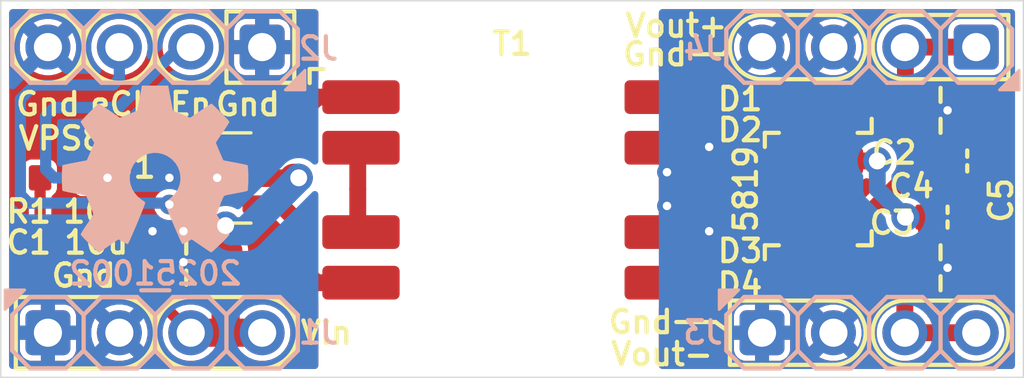
<source format=kicad_pcb>
(kicad_pcb (version 20241229) (generator "pcbnew") (generator_version "9.0")
  (layers (0 "F.Cu" mixed) (2 "B.Cu" mixed) (13 "F.Paste" user) (15 "B.Paste" user) (5 "F.SilkS" user "F.Silkscreen") (7 "B.SilkS" user "B.Silkscreen") (1 "F.Mask" user) (3 "B.Mask" user) (25 "Edge.Cuts" user))
  (net 0 "")
  (net 1 "GND")
  (net 2 "/VIN")
  (net 3 "/ExtClk")
  (net 4 "/Enable")
  (net 5 "/P1")
  (net 6 "/P2")
  (net 7 "/VOUT+")
  (net 8 "/VOUT-")
  (net 9 "Net-(D1-A)")
  (net 10 "Net-(D3-A)")
  (net 11 "GND1")
  (net 12 "Net-(T1-N1_2)")
  (footprint "SquantorCapacitor:C_1206_0805" (layer "F.Cu") (at 163.83 84.8)
    (property "Reference" "C2" (at -1.65 1.5 0) (layer "F.SilkS") (effects (font (size 0.8 0.8))))
    (property "Value" "10u")
    (fp_line (start 0 -0.8) (end 0 -0.3) (stroke (width 0.15)) (layer "F.SilkS"))
    (fp_line (start 0 0.8) (end 0 0.3) (stroke (width 0.15)) (layer "F.SilkS"))
    (pad "1" smd roundrect (at -1.25 0) (size 1.5 1.6) (layers "F.Cu" "F.Mask" "F.Paste") (net 7 "/VOUT+"))
    (pad "2" smd roundrect (at 1.25 0) (size 1.5 1.6) (layers "F.Cu" "F.Mask" "F.Paste") (net 11 "GND1"))
  )
  (footprint "SquantorIC:SOT23-6-HAND" (layer "F.Cu") (at 138.4 87.2)
    (property "Reference" "U1" (at -3.3 -0.4 0) (layer "F.SilkS") (effects (font (size 0.8 0.8))))
    (property "Value" "VPS8701" (at -4.7 -1.4 0) (layer "F.SilkS") (effects (font (size 0.8 0.8))))
    (fp_line (start -2.1 -1.8) (end -2.1 -1.3) (stroke (width 0.1)) (layer "F.SilkS"))
    (fp_line (start -2.1 -1.8) (end -1.6 -1.8) (stroke (width 0.1)) (layer "F.SilkS"))
    (fp_line (start -0.9 1.61) (end 0.9 1.61) (stroke (width 0.12)) (layer "F.SilkS"))
    (fp_line (start 0.9 -1.6) (end -0.9 -1.6) (stroke (width 0.12)) (layer "F.SilkS"))
    (pad "1" smd roundrect (at -1.2 -0.95) (size 1.2 0.65) (layers "F.Cu" "F.Mask" "F.Paste") (roundrect_rratio 0.2) (net 4 "/Enable"))
    (pad "2" smd roundrect (at -1.2 0) (size 1.2 0.65) (layers "F.Cu" "F.Mask" "F.Paste") (roundrect_rratio 0.2) (net 1 "GND"))
    (pad "3" smd roundrect (at -1.2 0.95) (size 1.2 0.65) (layers "F.Cu" "F.Mask" "F.Paste") (roundrect_rratio 0.2) (net 3 "/ExtClk"))
    (pad "4" smd roundrect (at 1.2 0.95) (size 1.2 0.65) (layers "F.Cu" "F.Mask" "F.Paste") (roundrect_rratio 0.2) (net 6 "/P2"))
    (pad "5" smd roundrect (at 1.2 0) (size 1.2 0.65) (layers "F.Cu" "F.Mask" "F.Paste") (roundrect_rratio 0.2) (net 2 "/VIN"))
    (pad "6" smd roundrect (at 1.2 -0.95) (size 1.2 0.65) (layers "F.Cu" "F.Mask" "F.Paste") (roundrect_rratio 0.2) (net 5 "/P1"))
  )
  (footprint "SquantorCapacitor:C_1206_0805" (layer "F.Cu") (at 163.83 90.4)
    (property "Reference" "C3" (at -1.73 -1.6 0) (layer "F.SilkS") (effects (font (size 0.8 0.8))))
    (property "Value" "10u")
    (fp_line (start 0 -0.8) (end 0 -0.3) (stroke (width 0.15)) (layer "F.SilkS"))
    (fp_line (start 0 0.8) (end 0 0.3) (stroke (width 0.15)) (layer "F.SilkS"))
    (pad "1" smd roundrect (at -1.25 0) (size 1.5 1.6) (layers "F.Cu" "F.Mask" "F.Paste") (net 8 "/VOUT-"))
    (pad "2" smd roundrect (at 1.25 0) (size 1.5 1.6) (layers "F.Cu" "F.Mask" "F.Paste") (net 11 "GND1"))
  )
  (footprint "SquantorCapacitor:C_0603" (layer "F.Cu") (at 164.78 86.6)
    (property "Reference" "C5" (at 1.2 1.4 90) (layer "F.SilkS") (effects (font (size 0.8 0.8))))
    (property "Value" "1u")
    (fp_line (start 0 -0.15) (end 0 -0.375) (stroke (width 0.15)) (layer "F.SilkS"))
    (fp_line (start 0 0.375) (end 0 0.15) (stroke (width 0.15)) (layer "F.SilkS"))
    (pad "1" smd roundrect (at -0.75 0) (size 0.8 0.9) (layers "F.Cu" "F.Mask" "F.Paste") (roundrect_rratio 0.125) (net 7 "/VOUT+"))
    (pad "2" smd roundrect (at 0.75 0) (size 0.8 0.9) (layers "F.Cu" "F.Mask" "F.Paste") (roundrect_rratio 0.125) (net 11 "GND1"))
  )
  (footprint "SquantorVPSC:T_2W_8pin_hand" (layer "F.Cu") (at 148.59 87.63)
    (property "Reference" "T1" (at 0 -5.2 0) (layer "F.SilkS") (effects (font (size 0.8 0.8))))
    (property "Value" "~")
    (fp_line (start -7.2 -4.3) (end -7.2 -3.8) (stroke (width 0.15)) (layer "F.SilkS"))
    (fp_line (start -7.2 -4.3) (end -6.7 -4.3) (stroke (width 0.15)) (layer "F.SilkS"))
    (pad "1" smd roundrect (at -5.375 -3.3) (size 2.75 1.2) (layers "F.Cu" "F.Mask" "F.Paste") (roundrect_rratio 0.15) (net 5 "/P1"))
    (pad "2" smd roundrect (at -5.375 -1.5) (size 2.75 1.2) (layers "F.Cu" "F.Mask" "F.Paste") (roundrect_rratio 0.15) (net 12 "Net-(T1-N1_2)"))
    (pad "3" smd roundrect (at -5.375 1.5) (size 2.75 1.2) (layers "F.Cu" "F.Mask" "F.Paste") (roundrect_rratio 0.15) (net 12 "Net-(T1-N1_2)"))
    (pad "4" smd roundrect (at -5.375 3.3) (size 2.75 1.2) (layers "F.Cu" "F.Mask" "F.Paste") (roundrect_rratio 0.15) (net 6 "/P2"))
    (pad "5" smd roundrect (at 5.375 3.3) (size 2.75 1.2) (layers "F.Cu" "F.Mask" "F.Paste") (roundrect_rratio 0.15) (net 10 "Net-(D3-A)"))
    (pad "6" smd roundrect (at 5.375 1.5) (size 2.75 1.2) (layers "F.Cu" "F.Mask" "F.Paste") (roundrect_rratio 0.15) (net 11 "GND1"))
    (pad "7" smd roundrect (at 5.375 -1.5) (size 2.75 1.2) (layers "F.Cu" "F.Mask" "F.Paste") (roundrect_rratio 0.15) (net 11 "GND1"))
    (pad "8" smd roundrect (at 5.375 -3.3) (size 2.75 1.2) (layers "F.Cu" "F.Mask" "F.Paste") (roundrect_rratio 0.15) (net 9 "Net-(D1-A)"))
  )
  (footprint "SquantorDiodes:SOD-323HE-shikues" (layer "F.Cu") (at 159.48 90.6)
    (property "Reference" "D4" (at -2.78 0.4 0) (layer "F.SilkS") (effects (font (size 0.8 0.8))))
    (property "Value" "5819")
    (fp_line (start -1.9 -1) (end -1.9 -0.5) (stroke (width 0.15)) (layer "F.SilkS"))
    (fp_line (start -1.9 -1) (end -1.4 -1) (stroke (width 0.15)) (layer "F.SilkS"))
    (pad "1" smd roundrect (at -0.675 0) (size 1.85 1.1) (layers "F.Cu" "F.Mask" "F.Paste") (roundrect_rratio 0.2) (net 10 "Net-(D3-A)"))
    (pad "2" smd roundrect (at 1.15 0) (size 0.9 1) (layers "F.Cu" "F.Mask" "F.Paste") (roundrect_rratio 0.2) (net 8 "/VOUT-"))
  )
  (footprint "SquantorDiodes:SOD-323HE-shikues" (layer "F.Cu") (at 159.48 88.6 180)
    (property "Reference" "D3" (at 2.78 -1.2 0) (layer "F.SilkS") (effects (font (size 0.8 0.8))))
    (property "Value" "5819")
    (fp_line (start -1.9 -1) (end -1.4 -1) (stroke (width 0.15)) (layer "F.SilkS"))
    (fp_line (start -1.9 -1) (end -1.9 -0.5) (stroke (width 0.15)) (layer "F.SilkS"))
    (pad "1" smd roundrect (at -0.675 0 180) (size 1.85 1.1) (layers "F.Cu" "F.Mask" "F.Paste") (roundrect_rratio 0.2) (net 7 "/VOUT+"))
    (pad "2" smd roundrect (at 1.15 0 180) (size 0.9 1) (layers "F.Cu" "F.Mask" "F.Paste") (roundrect_rratio 0.2) (net 10 "Net-(D3-A)"))
  )
  (footprint "SquantorResistor:R_0603_hand" (layer "F.Cu") (at 132.7 87.2 180)
    (property "Reference" "R1" (at 1.3 -1.2 0) (layer "F.SilkS") (effects (font (size 0.8 0.8))))
    (property "Value" "10K" (at -1.1 -1.2 0) (layer "F.SilkS") (effects (font (size 0.8 0.8))))
    (fp_line (start 0 -0.2) (end 0 0.2) (stroke (width 0.15)) (layer "F.SilkS"))
    (pad "1" smd roundrect (at -0.9 0 180) (size 0.8 0.9) (layers "F.Cu" "F.Mask" "F.Paste") (roundrect_rratio 0.1428571429) (net 4 "/Enable"))
    (pad "2" smd roundrect (at 0.9 0 180) (size 0.8 0.9) (layers "F.Cu" "F.Mask" "F.Paste") (roundrect_rratio 0.1428571429) (net 2 "/VIN"))
  )
  (footprint "SquantorCapacitor:C_1206_0805" (layer "F.Cu") (at 137 90.2)
    (property "Reference" "C1" (at -5.6 -0.7 0) (layer "F.SilkS") (effects (font (size 0.8 0.8))))
    (property "Value" "10u" (at -3.2 -0.7 0) (layer "F.SilkS") (effects (font (size 0.8 0.8))))
    (fp_line (start 0 -0.8) (end 0 -0.3) (stroke (width 0.15)) (layer "F.SilkS"))
    (fp_line (start 0 0.8) (end 0 0.3) (stroke (width 0.15)) (layer "F.SilkS"))
    (pad "1" smd roundrect (at -1.25 0) (size 1.5 1.6) (layers "F.Cu" "F.Mask" "F.Paste") (net 1 "GND"))
    (pad "2" smd roundrect (at 1.25 0) (size 1.5 1.6) (layers "F.Cu" "F.Mask" "F.Paste") (net 2 "/VIN"))
  )
  (footprint "SquantorDiodes:SOD-323HE-shikues" (layer "F.Cu") (at 159.48 86.6)
    (property "Reference" "D2" (at -2.78 -1.1 0) (layer "F.SilkS") (effects (font (size 0.8 0.8))))
    (property "Value" "5819" (at -2.58 1 90) (layer "F.SilkS") (effects (font (size 0.8 0.8))))
    (fp_line (start -1.9 -1) (end -1.9 -0.5) (stroke (width 0.15)) (layer "F.SilkS"))
    (fp_line (start -1.9 -1) (end -1.4 -1) (stroke (width 0.15)) (layer "F.SilkS"))
    (pad "1" smd roundrect (at -0.675 0) (size 1.85 1.1) (layers "F.Cu" "F.Mask" "F.Paste") (roundrect_rratio 0.2) (net 9 "Net-(D1-A)"))
    (pad "2" smd roundrect (at 1.15 0) (size 0.9 1) (layers "F.Cu" "F.Mask" "F.Paste") (roundrect_rratio 0.2) (net 8 "/VOUT-"))
  )
  (footprint "SquantorCapacitor:C_0603" (layer "F.Cu") (at 164.08 88.6)
    (property "Reference" "C4" (at -1.28 -1.1 0) (layer "F.SilkS") (effects (font (size 0.8 0.8))))
    (property "Value" "1u")
    (fp_line (start 0 -0.15) (end 0 -0.375) (stroke (width 0.15)) (layer "F.SilkS"))
    (fp_line (start 0 0.375) (end 0 0.15) (stroke (width 0.15)) (layer "F.SilkS"))
    (pad "1" smd roundrect (at -0.75 0) (size 0.8 0.9) (layers "F.Cu" "F.Mask" "F.Paste") (roundrect_rratio 0.125) (net 8 "/VOUT-"))
    (pad "2" smd roundrect (at 0.75 0) (size 0.8 0.9) (layers "F.Cu" "F.Mask" "F.Paste") (roundrect_rratio 0.125) (net 11 "GND1"))
  )
  (footprint "SquantorDiodes:SOD-323HE-shikues" (layer "F.Cu") (at 159.48 84.6 180)
    (property "Reference" "D1" (at 2.78 0.2 0) (layer "F.SilkS") (effects (font (size 0.8 0.8))))
    (property "Value" "5819")
    (fp_line (start -1.9 -1) (end -1.4 -1) (stroke (width 0.15)) (layer "F.SilkS"))
    (fp_line (start -1.9 -1) (end -1.9 -0.5) (stroke (width 0.15)) (layer "F.SilkS"))
    (pad "1" smd roundrect (at -0.675 0 180) (size 1.85 1.1) (layers "F.Cu" "F.Mask" "F.Paste") (roundrect_rratio 0.2) (net 7 "/VOUT+"))
    (pad "2" smd roundrect (at 1.15 0 180) (size 0.9 1) (layers "F.Cu" "F.Mask" "F.Paste") (roundrect_rratio 0.2) (net 9 "Net-(D1-A)"))
  )
  (footprint "SquantorLabels:Label_Generic" (layer "B.Cu") (at 135.9 90.6 180)
    (property "Reference" "N1" (hide yes))
    (property "Value" "20251002" (at 0 0 0) (layer "B.SilkS") (effects (font (size 0.8 0.8)) (justify mirror)))
    (fp_line (start -0.5 -0.6) (end 0.5 -0.6) (stroke (width 0.15)) (layer "B.SilkS"))
  )
  (footprint "Symbol:OSHW-Symbol_6.7x6mm_SilkScreen" (layer "B.Cu") (at 135.9 86.9 180)
    (property "Reference" "N2" (hide yes))
    (property "Value" "OHWLOGO" (hide yes))
    (fp_poly (pts (xy 0.555814 2.531069) (xy 0.639635 2.086445) (xy 0.94892 1.958947) (xy 1.258206 1.831449) (xy 1.629246 2.083754) (xy 1.733157 2.154004) (xy 1.827087 2.216728) (xy 1.906652 2.269062) (xy 1.96747 2.308143) (xy 2.005157 2.331107) (xy 2.015421 2.336058) (xy 2.03391 2.323324) (xy 2.07342 2.288118) (xy 2.129522 2.234938) (xy 2.197787 2.168282) (xy 2.273786 2.092646) (xy 2.353092 2.012528) (xy 2.431275 1.932426) (xy 2.503907 1.856836) (xy 2.566559 1.790255) (xy 2.614803 1.737182) (xy 2.64421 1.702113) (xy 2.651241 1.690377) (xy 2.641123 1.66874) (xy 2.612759 1.621338) (xy 2.569129 1.552807) (xy 2.513218 1.467785) (xy 2.448006 1.370907) (xy 2.410219 1.31565) (xy 2.341343 1.214752) (xy 2.28014 1.123701) (xy 2.229578 1.04703) (xy 2.192628 0.989272) (xy 2.172258 0.954957) (xy 2.169197 0.947746) (xy 2.176136 0.927252) (xy 2.195051 0.879487) (xy 2.223087 0.811168) (xy 2.257391 0.729011) (xy 2.295109 0.63973) (xy 2.333387 0.550042) (xy 2.36937 0.466662) (xy 2.400206 0.396306) (xy 2.423039 0.34569) (xy 2.435017 0.321529) (xy 2.435724 0.320578) (xy 2.454531 0.315964) (xy 2.504618 0.305672) (xy 2.580793 0.290713) (xy 2.677865 0.272099) (xy 2.790643 0.250841) (xy 2.856442 0.238582) (xy 2.97695 0.215638) (xy 3.085797 0.193805) (xy 3.177476 0.174278) (xy 3.246481 0.158252) (xy 3.287304 0.146921) (xy 3.295511 0.143326) (xy 3.303548 0.118994) (xy 3.310033 0.064041) (xy 3.31497 -0.015108) (xy 3.318364 -0.112026) (xy 3.320218 -0.220287) (xy 3.320538 -0.333465) (xy 3.319327 -0.445135) (xy 3.31659 -0.548868) (xy 3.312331 -0.638241) (xy 3.306555 -0.706826) (xy 3.299267 -0.748197) (xy 3.294895 -0.75681) (xy 3.268764 -0.767133) (xy 3.213393 -0.781892) (xy 3.136107 -0.799352) (xy 3.04423 -0.81778) (xy 3.012158 -0.823741) (xy 2.857524 -0.852066) (xy 2.735375 -0.874876) (xy 2.641673 -0.89308) (xy 2.572384 -0.907583) (xy 2.523471 -0.919292) (xy 2.490897 -0.929115) (xy 2.470628 -0.937956) (xy 2.458626 -0.946724) (xy 2.456947 -0.948457) (xy 2.440184 -0.976371) (xy 2.414614 -1.030695) (xy 2.382788 -1.104777) (xy 2.34726 -1.191965) (xy 2.310583 -1.285608) (xy 2.275311 -1.379052) (xy 2.243996 -1.465647) (xy 2.219193 -1.53874) (xy 2.203454 -1.591678) (xy 2.199332 -1.617811) (xy 2.199676 -1.618726) (xy 2.213641 -1.640086) (xy 2.245322 -1.687084) (xy 2.291391 -1.754827) (xy 2.348518 -1.838423) (xy 2.413373 -1.932982) (xy 2.431843 -1.959854) (xy 2.497699 -2.057275) (xy 2.55565 -2.146163) (xy 2.602538 -2.221412) (xy 2.635207 -2.27792) (xy 2.6505 -2.310581) (xy 2.651241 -2.314593) (xy 2.638392 -2.335684) (xy 2.602888 -2.377464) (xy 2.549293 -2.435445) (xy 2.482171 -2.505135) (xy 2.406087 -2.582045) (xy 2.325604 -2.661683) (xy 2.245287 -2.739561) (xy 2.169699 -2.811186) (xy 2.103405 -2.87207) (xy 2.050969 -2.917721) (xy 2.016955 -2.94365) (xy 2.007545 -2.947883) (xy 1.985643 -2.937912) (xy 1.9408 -2.91102) (xy 1.880321 -2.871736) (xy 1.833789 -2.840117) (xy 1.749475 -2.782098) (xy 1.649626 -2.713784) (xy 1.549473 -2.645579) (xy 1.495627 -2.609075) (xy 1.313371 -2.4858) (xy 1.160381 -2.56852) (xy 1.090682 -2.604759) (xy 1.031414 -2.632926) (xy 0.991311 -2.648991) (xy 0.981103 -2.651226) (xy 0.968829 -2.634722) (xy 0.944613 -2.588082) (xy 0.910263 -2.515609) (xy 0.867588 -2.421606) (xy 0.818394 -2.310374) (xy 0.76449 -2.186215) (xy 0.707684 -2.053432) (xy 0.649782 -1.916327) (xy 0.592593 -1.779202) (xy 0.537924 -1.646358) (xy 0.487584 -1.522098) (xy 0.44338 -1.410725) (xy 0.407119 -1.316539) (xy 0.380609 -1.243844) (xy 0.365658 -1.196941) (xy 0.363254 -1.180833) (xy 0.382311 -1.160286) (xy 0.424036 -1.126933) (xy 0.479706 -1.087702) (xy 0.484378 -1.084599) (xy 0.628264 -0.969423) (xy 0.744283 -0.835053) (xy 0.83143 -0.685784) (xy 0.888699 -0.525913) (xy 0.915086 -0.359737) (xy 0.909585 -0.191552) (xy 0.87119 -0.025655) (xy 0.798895 0.133658) (xy 0.777626 0.168513) (xy 0.666996 0.309263) (xy 0.536302 0.422286) (xy 0.390064 0.506997) (xy 0.232808 0.562806) (xy 0.069057 0.589126) (xy -0.096667 0.58537) (xy -0.259838 0.55095) (xy -0.415935 0.485277) (xy -0.560433 0.387765) (xy -0.605131 0.348187) (xy -0.718888 0.224297) (xy -0.801782 0.093876) (xy -0.858644 -0.052315) (xy -0.890313 -0.197088) (xy -0.898131 -0.35986) (xy -0.872062 -0.52344) (xy -0.814755 -0.682298) (xy -0.728856 -0.830906) (xy -0.617014 -0.963735) (xy -0.481877 -1.075256) (xy -0.464117 -1.087011) (xy -0.40785 -1.125508) (xy -0.365077 -1.158863) (xy -0.344628 -1.18016) (xy -0.344331 -1.180833) (xy -0.348721 -1.203871) (xy -0.366124 -1.256157) (xy -0.394732 -1.33339) (xy -0.432735 -1.431268) (xy -0.478326 -1.545491) (xy -0.529697 -1.671758) (xy -0.585038 -1.805767) (xy -0.642542 -1.943218) (xy -0.700399 -2.079808) (xy -0.756802 -2.211237) (xy -0.809942 -2.333205) (xy -0.85801 -2.441409) (xy -0.899199 -2.531549) (xy -0.931699 -2.599323) (xy -0.953703 -2.64043) (xy -0.962564 -2.651226) (xy -0.98964 -2.642819) (xy -1.040303 -2.620272) (xy -1.105817 -2.587613) (xy -1.141841 -2.56852) (xy -1.294832 -2.4858) (xy -1.477088 -2.609075) (xy -1.570125 -2.672228) (xy -1.671985 -2.741727) (xy -1.767438 -2.807165) (xy -1.81525 -2.840117) (xy -1.882495 -2.885273) (xy -1.939436 -2.921057) (xy -1.978646 -2.942938) (xy -1.991381 -2.947563) (xy -2.009917 -2.935085) (xy -2.050941 -2.900252) (xy -2.110475 -2.846678) (xy -2.184542 -2.777983) (xy -2.269165 -2.697781) (xy -2.322685 -2.646286) (xy -2.416319 -2.554286) (xy -2.497241 -2.471999) (xy -2.562177 -2.402945) (xy -2.607858 -2.350644) (xy -2.631011 -2.318616) (xy -2.633232 -2.312116) (xy -2.622924 -2.287394) (xy -2.594439 -2.237405) (xy -2.550937 -2.167212) (xy -2.495577 -2.081875) (xy -2.43152 -1.986456) (xy -2.413303 -1.959854) (xy -2.346927 -1.863167) (xy -2.287378 -1.776117) (xy -2.237984 -1.703595) (xy -2.202075 -1.650493) (xy -2.182981 -1.621703) (xy -2.181136 -1.618726) (xy -2.183895 -1.595782) (xy -2.198538 -1.545336) (xy -2.222513 -1.474041) (xy -2.253266 -1.388547) (xy -2.288244 -1.295507) (xy -2.324893 -1.201574) (xy -2.360661 -1.113399) (xy -2.392994 -1.037634) (xy -2.419338 -0.980931) (xy -2.437142 -0.949943) (xy -2.438407 -0.948457) (xy -2.449294 -0.939601) (xy -2.467682 -0.930843) (xy -2.497606 -0.921277) (xy -2.543103 -0.909996) (xy -2.608209 -0.896093) (xy -2.696961 -0.878663) (xy -2.813393 -0.856798) (xy -2.961542 -0.829591) (xy -2.993618 -0.823741) (xy -3.088686 -0.805374) (xy -3.171565 -0.787405) (xy -3.23493 -0.771569) (xy -3.271458 -0.7596) (xy -3.276356 -0.75681) (xy -3.284427 -0.732072) (xy -3.290987 -0.67679) (xy -3.296033 -0.597389) (xy -3.299559 -0.500296) (xy -3.301561 -0.391938) (xy -3.302036 -0.27874) (xy -3.300977 -0.167128) (xy -3.298382 -0.063529) (xy -3.294246 0.025632) (xy -3.288563 0.093928) (xy -3.281331 0.134934) (xy -3.276971 0.143326) (xy -3.252698 0.151792) (xy -3.197426 0.165565) (xy -3.116662 0.18345) (xy -3.015912 0.204252) (xy -2.900683 0.226777) (xy -2.837902 0.238582) (xy -2.718787 0.260849) (xy -2.612565 0.281021) (xy -2.524427 0.298085) (xy -2.459566 0.311031) (xy -2.423174 0.318845) (xy -2.417184 0.320578) (xy -2.407061 0.34011) (xy -2.385662 0.387157) (xy -2.355839 0.454997) (xy -2.320445 0.536909) (xy -2.282332 0.626172) (xy -2.244353 0.716065) (xy -2.20936 0.799865) (xy -2.180206 0.870853) (xy -2.159743 0.922306) (xy -2.150823 0.947503) (xy -2.150657 0.948604) (xy -2.160769 0.968481) (xy -2.189117 1.014223) (xy -2.232723 1.081283) (xy -2.288606 1.165116) (xy -2.353787 1.261174) (xy -2.391679 1.31635) (xy -2.460725 1.417519) (xy -2.52205 1.50937) (xy -2.572663 1.587256) (xy -2.609571 1.646531) (xy -2.629782 1.682549) (xy -2.632701 1.690623) (xy -2.620153 1.709416) (xy -2.585463 1.749543) (xy -2.533063 1.806507) (xy -2.467384 1.875815) (xy -2.392856 1.952969) (xy -2.313913 2.033475) (xy -2.234983 2.112837) (xy -2.1605 2.18656) (xy -2.094894 2.250148) (xy -2.042596 2.299106) (xy -2.008039 2.328939) (xy -1.996478 2.336058) (xy -1.977654 2.326047) (xy -1.932631 2.297922) (xy -1.865787 2.254546) (xy -1.781499 2.198782) (xy -1.684144 2.133494) (xy -1.610707 2.083754) (xy -1.239667 1.831449) (xy -0.621095 2.086445) (xy -0.537275 2.531069) (xy -0.453454 2.975693) (xy 0.471994 2.975693) (xy 0.555814 2.531069)) (stroke (width 0.01)) (fill yes) (layer "B.SilkS"))
  )
  (footprint "SquantorConnectors:Header-0254-1X04-H010" (layer "B.Cu") (at 161.29 92.71)
    (property "Reference" "J3" (at -5.91 -0.01 0) (layer "B.SilkS") (effects (font (size 0.8 0.8) (thickness 0.15) (bold yes)) (justify mirror)))
    (property "Value" "Conn_01x04")
    (fp_line (start -5.08 -0.635) (end -4.445 -1.27) (stroke (width 0.1524)) (layer "B.SilkS"))
    (fp_line (start -5.08 0.635) (end -5.08 -0.635) (stroke (width 0.1524)) (layer "B.SilkS"))
    (fp_line (start -4.445 1.27) (end -5.08 0.635) (stroke (width 0.1524)) (layer "B.SilkS"))
    (fp_line (start -4.445 1.27) (end -3.175 1.27) (stroke (width 0.1524)) (layer "B.SilkS"))
    (fp_line (start -3.175 -1.27) (end -4.445 -1.27) (stroke (width 0.1524)) (layer "B.SilkS"))
    (fp_line (start -3.175 1.27) (end -2.54 0.635) (stroke (width 0.1524)) (layer "B.SilkS"))
    (fp_line (start -2.54 -0.635) (end -3.175 -1.27) (stroke (width 0.1524)) (layer "B.SilkS"))
    (fp_line (start -2.54 0.635) (end -2.54 -0.635) (stroke (width 0.1524)) (layer "B.SilkS"))
    (fp_line (start -2.54 0.635) (end -1.905 1.27) (stroke (width 0.1524)) (layer "B.SilkS"))
    (fp_line (start -1.905 -1.27) (end -2.54 -0.635) (stroke (width 0.1524)) (layer "B.SilkS"))
    (fp_line (start -1.905 1.27) (end -0.635 1.27) (stroke (width 0.1524)) (layer "B.SilkS"))
    (fp_line (start -0.635 -1.27) (end -1.905 -1.27) (stroke (width 0.1524)) (layer "B.SilkS"))
    (fp_line (start -0.635 1.27) (end 0 0.635) (stroke (width 0.1524)) (layer "B.SilkS"))
    (fp_line (start 0 -0.635) (end -0.635 -1.27) (stroke (width 0.1524)) (layer "B.SilkS"))
    (fp_line (start 0 0.635) (end 0 -0.635) (stroke (width 0.1524)) (layer "B.SilkS"))
    (fp_line (start 0 0.635) (end 0.635 1.27) (stroke (width 0.1524)) (layer "B.SilkS"))
    (fp_line (start 0.635 -1.27) (end 0 -0.635) (stroke (width 0.1524)) (layer "B.SilkS"))
    (fp_line (start 0.635 1.27) (end 1.905 1.27) (stroke (width 0.1524)) (layer "B.SilkS"))
    (fp_line (start 1.905 -1.27) (end 0.635 -1.27) (stroke (width 0.1524)) (layer "B.SilkS"))
    (fp_line (start 1.905 1.27) (end 2.54 0.635) (stroke (width 0.1524)) (layer "B.SilkS"))
    (fp_line (start 2.54 -0.635) (end 1.905 -1.27) (stroke (width 0.1524)) (layer "B.SilkS"))
    (fp_line (start 2.54 -0.635) (end 3.175 -1.27) (stroke (width 0.1524)) (layer "B.SilkS"))
    (fp_line (start 2.54 0.635) (end 2.54 -0.635) (stroke (width 0.1524)) (layer "B.SilkS"))
    (fp_line (start 3.175 1.27) (end 2.54 0.635) (stroke (width 0.1524)) (layer "B.SilkS"))
    (fp_line (start 3.175 1.27) (end 4.445 1.27) (stroke (width 0.1524)) (layer "B.SilkS"))
    (fp_line (start 4.445 -1.27) (end 3.175 -1.27) (stroke (width 0.1524)) (layer "B.SilkS"))
    (fp_line (start 4.445 1.27) (end 5.08 0.635) (stroke (width 0.1524)) (layer "B.SilkS"))
    (fp_line (start 5.08 -0.635) (end 4.445 -1.27) (stroke (width 0.1524)) (layer "B.SilkS"))
    (fp_line (start 5.08 0.635) (end 5.08 -0.635) (stroke (width 0.1524)) (layer "B.SilkS"))
    (fp_poly (pts (xy -5.334 -0.8255) (xy -5.334 -1.524) (xy -4.6355 -1.524)) (stroke (width 0.1)) (fill yes) (layer "B.SilkS"))
    (pad "1" thru_hole roundrect (at -3.81 0 180) (size 1.6 1.6) (drill 1) (layers "*.Cu" "*.Mask") (roundrect_rratio 0.15) (net 11 "GND1"))
    (pad "2" thru_hole circle (at -1.27 0 180) (size 1.6 1.6) (drill 1) (layers "*.Cu" "*.Mask") (net 11 "GND1"))
    (pad "3" thru_hole circle (at 1.27 0 180) (size 1.6 1.6) (drill 1) (layers "*.Cu" "*.Mask") (net 8 "/VOUT-"))
    (pad "4" thru_hole circle (at 3.81 0 180) (size 1.6 1.6) (drill 1) (layers "*.Cu" "*.Mask") (net 8 "/VOUT-"))
  )
  (footprint "SquantorConnectors:Header-0254-1X04-H010" (layer "B.Cu") (at 135.89 82.55 180)
    (property "Reference" "J2" (at -5.81 -0.05 0) (layer "B.SilkS") (effects (font (size 0.8 0.8) (thickness 0.15) (bold yes)) (justify mirror)))
    (property "Value" "Conn_01x04")
    (fp_line (start 5.08 0.635) (end 5.08 -0.635) (stroke (width 0.1524)) (layer "B.SilkS"))
    (fp_line (start 5.08 -0.635) (end 4.445 -1.27) (stroke (width 0.1524)) (layer "B.SilkS"))
    (fp_line (start 4.445 1.27) (end 5.08 0.635) (stroke (width 0.1524)) (layer "B.SilkS"))
    (fp_line (start 4.445 -1.27) (end 3.175 -1.27) (stroke (width 0.1524)) (layer "B.SilkS"))
    (fp_line (start 3.175 1.27) (end 4.445 1.27) (stroke (width 0.1524)) (layer "B.SilkS"))
    (fp_line (start 3.175 1.27) (end 2.54 0.635) (stroke (width 0.1524)) (layer "B.SilkS"))
    (fp_line (start 2.54 0.635) (end 2.54 -0.635) (stroke (width 0.1524)) (layer "B.SilkS"))
    (fp_line (start 2.54 -0.635) (end 3.175 -1.27) (stroke (width 0.1524)) (layer "B.SilkS"))
    (fp_line (start 2.54 -0.635) (end 1.905 -1.27) (stroke (width 0.1524)) (layer "B.SilkS"))
    (fp_line (start 1.905 1.27) (end 2.54 0.635) (stroke (width 0.1524)) (layer "B.SilkS"))
    (fp_line (start 1.905 -1.27) (end 0.635 -1.27) (stroke (width 0.1524)) (layer "B.SilkS"))
    (fp_line (start 0.635 1.27) (end 1.905 1.27) (stroke (width 0.1524)) (layer "B.SilkS"))
    (fp_line (start 0.635 -1.27) (end 0 -0.635) (stroke (width 0.1524)) (layer "B.SilkS"))
    (fp_line (start 0 0.635) (end 0.635 1.27) (stroke (width 0.1524)) (layer "B.SilkS"))
    (fp_line (start 0 0.635) (end 0 -0.635) (stroke (width 0.1524)) (layer "B.SilkS"))
    (fp_line (start 0 -0.635) (end -0.635 -1.27) (stroke (width 0.1524)) (layer "B.SilkS"))
    (fp_line (start -0.635 1.27) (end 0 0.635) (stroke (width 0.1524)) (layer "B.SilkS"))
    (fp_line (start -0.635 -1.27) (end -1.905 -1.27) (stroke (width 0.1524)) (layer "B.SilkS"))
    (fp_line (start -1.905 1.27) (end -0.635 1.27) (stroke (width 0.1524)) (layer "B.SilkS"))
    (fp_line (start -1.905 -1.27) (end -2.54 -0.635) (stroke (width 0.1524)) (layer "B.SilkS"))
    (fp_line (start -2.54 0.635) (end -1.905 1.27) (stroke (width 0.1524)) (layer "B.SilkS"))
    (fp_line (start -2.54 0.635) (end -2.54 -0.635) (stroke (width 0.1524)) (layer "B.SilkS"))
    (fp_line (start -2.54 -0.635) (end -3.175 -1.27) (stroke (width 0.1524)) (layer "B.SilkS"))
    (fp_line (start -3.175 1.27) (end -2.54 0.635) (stroke (width 0.1524)) (layer "B.SilkS"))
    (fp_line (start -3.175 -1.27) (end -4.445 -1.27) (stroke (width 0.1524)) (layer "B.SilkS"))
    (fp_line (start -4.445 1.27) (end -3.175 1.27) (stroke (width 0.1524)) (layer "B.SilkS"))
    (fp_line (start -4.445 1.27) (end -5.08 0.635) (stroke (width 0.1524)) (layer "B.SilkS"))
    (fp_line (start -5.08 0.635) (end -5.08 -0.635) (stroke (width 0.1524)) (layer "B.SilkS"))
    (fp_line (start -5.08 -0.635) (end -4.445 -1.27) (stroke (width 0.1524)) (layer "B.SilkS"))
    (fp_poly (pts (xy -5.334 -0.8255) (xy -5.334 -1.524) (xy -4.6355 -1.524)) (stroke (width 0.1)) (fill yes) (layer "B.SilkS"))
    (pad "1" thru_hole roundrect (at -3.81 0) (size 1.6 1.6) (drill 1) (layers "*.Cu" "*.Mask") (roundrect_rratio 0.15) (net 1 "GND"))
    (pad "2" thru_hole circle (at -1.27 0) (size 1.6 1.6) (drill 1) (layers "*.Cu" "*.Mask") (net 4 "/Enable"))
    (pad "3" thru_hole circle (at 1.27 0) (size 1.6 1.6) (drill 1) (layers "*.Cu" "*.Mask") (net 3 "/ExtClk"))
    (pad "4" thru_hole circle (at 3.81 0) (size 1.6 1.6) (drill 1) (layers "*.Cu" "*.Mask") (net 1 "GND"))
  )
  (footprint "SquantorConnectors:Header-0254-1X04-H010" (layer "B.Cu") (at 135.89 92.71)
    (property "Reference" "J1" (at 5.81 -0.01 180) (layer "B.SilkS") (effects (font (size 0.8 0.8) (thickness 0.15) (bold yes)) (justify mirror)))
    (property "Value" "Conn_01x04")
    (fp_line (start -5.08 -0.635) (end -4.445 -1.27) (stroke (width 0.1524)) (layer "B.SilkS"))
    (fp_line (start -5.08 0.635) (end -5.08 -0.635) (stroke (width 0.1524)) (layer "B.SilkS"))
    (fp_line (start -4.445 1.27) (end -5.08 0.635) (stroke (width 0.1524)) (layer "B.SilkS"))
    (fp_line (start -4.445 1.27) (end -3.175 1.27) (stroke (width 0.1524)) (layer "B.SilkS"))
    (fp_line (start -3.175 -1.27) (end -4.445 -1.27) (stroke (width 0.1524)) (layer "B.SilkS"))
    (fp_line (start -3.175 1.27) (end -2.54 0.635) (stroke (width 0.1524)) (layer "B.SilkS"))
    (fp_line (start -2.54 -0.635) (end -3.175 -1.27) (stroke (width 0.1524)) (layer "B.SilkS"))
    (fp_line (start -2.54 0.635) (end -2.54 -0.635) (stroke (width 0.1524)) (layer "B.SilkS"))
    (fp_line (start -2.54 0.635) (end -1.905 1.27) (stroke (width 0.1524)) (layer "B.SilkS"))
    (fp_line (start -1.905 -1.27) (end -2.54 -0.635) (stroke (width 0.1524)) (layer "B.SilkS"))
    (fp_line (start -1.905 1.27) (end -0.635 1.27) (stroke (width 0.1524)) (layer "B.SilkS"))
    (fp_line (start -0.635 -1.27) (end -1.905 -1.27) (stroke (width 0.1524)) (layer "B.SilkS"))
    (fp_line (start -0.635 1.27) (end 0 0.635) (stroke (width 0.1524)) (layer "B.SilkS"))
    (fp_line (start 0 -0.635) (end -0.635 -1.27) (stroke (width 0.1524)) (layer "B.SilkS"))
    (fp_line (start 0 0.635) (end 0 -0.635) (stroke (width 0.1524)) (layer "B.SilkS"))
    (fp_line (start 0 0.635) (end 0.635 1.27) (stroke (width 0.1524)) (layer "B.SilkS"))
    (fp_line (start 0.635 -1.27) (end 0 -0.635) (stroke (width 0.1524)) (layer "B.SilkS"))
    (fp_line (start 0.635 1.27) (end 1.905 1.27) (stroke (width 0.1524)) (layer "B.SilkS"))
    (fp_line (start 1.905 -1.27) (end 0.635 -1.27) (stroke (width 0.1524)) (layer "B.SilkS"))
    (fp_line (start 1.905 1.27) (end 2.54 0.635) (stroke (width 0.1524)) (layer "B.SilkS"))
    (fp_line (start 2.54 -0.635) (end 1.905 -1.27) (stroke (width 0.1524)) (layer "B.SilkS"))
    (fp_line (start 2.54 -0.635) (end 3.175 -1.27) (stroke (width 0.1524)) (layer "B.SilkS"))
    (fp_line (start 2.54 0.635) (end 2.54 -0.635) (stroke (width 0.1524)) (layer "B.SilkS"))
    (fp_line (start 3.175 1.27) (end 2.54 0.635) (stroke (width 0.1524)) (layer "B.SilkS"))
    (fp_line (start 3.175 1.27) (end 4.445 1.27) (stroke (width 0.1524)) (layer "B.SilkS"))
    (fp_line (start 4.445 -1.27) (end 3.175 -1.27) (stroke (width 0.1524)) (layer "B.SilkS"))
    (fp_line (start 4.445 1.27) (end 5.08 0.635) (stroke (width 0.1524)) (layer "B.SilkS"))
    (fp_line (start 5.08 -0.635) (end 4.445 -1.27) (stroke (width 0.1524)) (layer "B.SilkS"))
    (fp_line (start 5.08 0.635) (end 5.08 -0.635) (stroke (width 0.1524)) (layer "B.SilkS"))
    (fp_poly (pts (xy -5.334 -0.8255) (xy -5.334 -1.524) (xy -4.6355 -1.524)) (stroke (width 0.1)) (fill yes) (layer "B.SilkS"))
    (pad "1" thru_hole roundrect (at -3.81 0 180) (size 1.6 1.6) (drill 1) (layers "*.Cu" "*.Mask") (roundrect_rratio 0.15) (net 1 "GND"))
    (pad "2" thru_hole circle (at -1.27 0 180) (size 1.6 1.6) (drill 1) (layers "*.Cu" "*.Mask") (net 1 "GND"))
    (pad "3" thru_hole circle (at 1.27 0 180) (size 1.6 1.6) (drill 1) (layers "*.Cu" "*.Mask") (net 2 "/VIN"))
    (pad "4" thru_hole circle (at 3.81 0 180) (size 1.6 1.6) (drill 1) (layers "*.Cu" "*.Mask") (net 2 "/VIN"))
  )
  (footprint "SquantorConnectors:Header-0254-1X04-H010" (layer "B.Cu") (at 161.29 82.55 180)
    (property "Reference" "J4" (at 5.91 -0.05 0) (layer "B.SilkS") (effects (font (size 0.8 0.8) (thickness 0.15) (bold yes)) (justify mirror)))
    (property "Value" "Conn_01x04")
    (fp_line (start 5.08 0.635) (end 5.08 -0.635) (stroke (width 0.1524)) (layer "B.SilkS"))
    (fp_line (start 5.08 -0.635) (end 4.445 -1.27) (stroke (width 0.1524)) (layer "B.SilkS"))
    (fp_line (start 4.445 1.27) (end 5.08 0.635) (stroke (width 0.1524)) (layer "B.SilkS"))
    (fp_line (start 4.445 -1.27) (end 3.175 -1.27) (stroke (width 0.1524)) (layer "B.SilkS"))
    (fp_line (start 3.175 1.27) (end 4.445 1.27) (stroke (width 0.1524)) (layer "B.SilkS"))
    (fp_line (start 3.175 1.27) (end 2.54 0.635) (stroke (width 0.1524)) (layer "B.SilkS"))
    (fp_line (start 2.54 0.635) (end 2.54 -0.635) (stroke (width 0.1524)) (layer "B.SilkS"))
    (fp_line (start 2.54 -0.635) (end 3.175 -1.27) (stroke (width 0.1524)) (layer "B.SilkS"))
    (fp_line (start 2.54 -0.635) (end 1.905 -1.27) (stroke (width 0.1524)) (layer "B.SilkS"))
    (fp_line (start 1.905 1.27) (end 2.54 0.635) (stroke (width 0.1524)) (layer "B.SilkS"))
    (fp_line (start 1.905 -1.27) (end 0.635 -1.27) (stroke (width 0.1524)) (layer "B.SilkS"))
    (fp_line (start 0.635 1.27) (end 1.905 1.27) (stroke (width 0.1524)) (layer "B.SilkS"))
    (fp_line (start 0.635 -1.27) (end 0 -0.635) (stroke (width 0.1524)) (layer "B.SilkS"))
    (fp_line (start 0 0.635) (end 0.635 1.27) (stroke (width 0.1524)) (layer "B.SilkS"))
    (fp_line (start 0 0.635) (end 0 -0.635) (stroke (width 0.1524)) (layer "B.SilkS"))
    (fp_line (start 0 -0.635) (end -0.635 -1.27) (stroke (width 0.1524)) (layer "B.SilkS"))
    (fp_line (start -0.635 1.27) (end 0 0.635) (stroke (width 0.1524)) (layer "B.SilkS"))
    (fp_line (start -0.635 -1.27) (end -1.905 -1.27) (stroke (width 0.1524)) (layer "B.SilkS"))
    (fp_line (start -1.905 1.27) (end -0.635 1.27) (stroke (width 0.1524)) (layer "B.SilkS"))
    (fp_line (start -1.905 -1.27) (end -2.54 -0.635) (stroke (width 0.1524)) (layer "B.SilkS"))
    (fp_line (start -2.54 0.635) (end -1.905 1.27) (stroke (width 0.1524)) (layer "B.SilkS"))
    (fp_line (start -2.54 0.635) (end -2.54 -0.635) (stroke (width 0.1524)) (layer "B.SilkS"))
    (fp_line (start -2.54 -0.635) (end -3.175 -1.27) (stroke (width 0.1524)) (layer "B.SilkS"))
    (fp_line (start -3.175 1.27) (end -2.54 0.635) (stroke (width 0.1524)) (layer "B.SilkS"))
    (fp_line (start -3.175 -1.27) (end -4.445 -1.27) (stroke (width 0.1524)) (layer "B.SilkS"))
    (fp_line (start -4.445 1.27) (end -3.175 1.27) (stroke (width 0.1524)) (layer "B.SilkS"))
    (fp_line (start -4.445 1.27) (end -5.08 0.635) (stroke (width 0.1524)) (layer "B.SilkS"))
    (fp_line (start -5.08 0.635) (end -5.08 -0.635) (stroke (width 0.1524)) (layer "B.SilkS"))
    (fp_line (start -5.08 -0.635) (end -4.445 -1.27) (stroke (width 0.1524)) (layer "B.SilkS"))
    (fp_poly (pts (xy -5.334 -0.8255) (xy -5.334 -1.524) (xy -4.6355 -1.524)) (stroke (width 0.1)) (fill yes) (layer "B.SilkS"))
    (pad "1" thru_hole roundrect (at -3.81 0) (size 1.6 1.6) (drill 1) (layers "*.Cu" "*.Mask") (roundrect_rratio 0.15) (net 7 "/VOUT+"))
    (pad "2" thru_hole circle (at -1.27 0) (size 1.6 1.6) (drill 1) (layers "*.Cu" "*.Mask") (net 7 "/VOUT+"))
    (pad "3" thru_hole circle (at 1.27 0) (size 1.6 1.6) (drill 1) (layers "*.Cu" "*.Mask") (net 11 "GND1"))
    (pad "4" thru_hole circle (at 3.81 0) (size 1.6 1.6) (drill 1) (layers "*.Cu" "*.Mask") (net 11 "GND1"))
  )
  (gr_line (start 157.48 91.567) (end 156.337 91.567) (stroke (width 0.15)) (layer "F.SilkS"))
  (gr_line (start 139.7 93.98) (end 137.16 93.98) (stroke (width 0.15)) (layer "F.SilkS"))
  (gr_line (start 140.843 83.82) (end 138.43 83.82) (stroke (width 0.15)) (layer "F.SilkS"))
  (gr_arc (start 137.16 93.98) (mid 135.89 92.71) (end 137.16 91.44) (stroke (width 0.15)) (layer "F.SilkS"))
  (gr_arc (start 139.7 91.44) (mid 140.97 92.71) (end 139.7 93.98) (stroke (width 0.15)) (layer "F.SilkS"))
  (gr_arc (start 162.56 83.693) (mid 161.417 82.55) (end 162.56 81.407) (stroke (width 0.15)) (layer "F.SilkS"))
  (gr_line (start 162.56 83.693) (end 165.1 83.693) (stroke (width 0.15)) (layer "F.SilkS"))
  (gr_line (start 166.243 83.693) (end 165.1 83.693) (stroke (width 0.15)) (layer "F.SilkS"))
  (gr_line (start 165.1 91.567) (end 162.56 91.567) (stroke (width 0.15)) (layer "F.SilkS"))
  (gr_circle (center 134.62 82.55) (end 135.89 82.55) (stroke (width 0.15)) (fill no) (layer "F.SilkS"))
  (gr_line (start 134.62 91.44) (end 132.08 91.44) (stroke (width 0.15)) (layer "F.SilkS"))
  (gr_line (start 162.56 93.853) (end 165.1 93.853) (stroke (width 0.15)) (layer "F.SilkS"))
  (gr_line (start 134.62 93.98) (end 132.08 93.98) (stroke (width 0.15)) (layer "F.SilkS"))
  (gr_line (start 155.067 82.804) (end 156.083 82.804) (stroke (width 0.15)) (layer "F.SilkS"))
  (gr_line (start 155.829 92.329) (end 156.337 92.71) (stroke (width 0.15)) (layer "F.SilkS"))
  (gr_line (start 166.243 81.407) (end 166.243 83.693) (stroke (width 0.15)) (layer "F.SilkS"))
  (gr_line (start 160.02 91.567) (end 157.48 91.567) (stroke (width 0.15)) (layer "F.SilkS"))
  (gr_arc (start 165.1 91.567) (mid 166.243 92.71) (end 165.1 93.853) (stroke (width 0.15)) (layer "F.SilkS"))
  (gr_arc (start 162.56 93.853) (mid 161.417 92.71) (end 162.56 91.567) (stroke (width 0.15)) (layer "F.SilkS"))
  (gr_line (start 156.337 93.853) (end 157.48 93.853) (stroke (width 0.15)) (layer "F.SilkS"))
  (gr_line (start 130.937 91.44) (end 130.937 93.98) (stroke (width 0.15)) (layer "F.SilkS"))
  (gr_line (start 140.843 81.28) (end 140.843 83.82) (stroke (width 0.15)) (layer "F.SilkS"))
  (gr_line (start 160.02 81.407) (end 157.48 81.407) (stroke (width 0.15)) (layer "F.SilkS"))
  (gr_line (start 156.083 82.804) (end 156.337 82.55) (stroke (width 0.15)) (layer "F.SilkS"))
  (gr_arc (start 134.62 91.44) (mid 135.89 92.71) (end 134.62 93.98) (stroke (width 0.15)) (layer "F.SilkS"))
  (gr_line (start 154.432 92.329) (end 155.829 92.329) (stroke (width 0.15)) (layer "F.SilkS"))
  (gr_circle (center 132.08 82.55) (end 133.35 82.55) (stroke (width 0.15)) (fill no) (layer "F.SilkS"))
  (gr_line (start 138.43 81.28) (end 138.43 83.82) (stroke (width 0.15)) (layer "F.SilkS"))
  (gr_arc (start 157.48 83.693) (mid 156.337 82.55) (end 157.48 81.407) (stroke (width 0.15)) (layer "F.SilkS"))
  (gr_line (start 165.1 81.407) (end 166.243 81.407) (stroke (width 0.15)) (layer "F.SilkS"))
  (gr_line (start 132.08 91.44) (end 130.937 91.44) (stroke (width 0.15)) (layer "F.SilkS"))
  (gr_line (start 139.7 91.44) (end 137.16 91.44) (stroke (width 0.15)) (layer "F.SilkS"))
  (gr_circle (center 137.16 82.55) (end 138.43 82.55) (stroke (width 0.15)) (fill no) (layer "F.SilkS"))
  (gr_line (start 156.337 91.567) (end 156.337 93.853) (stroke (width 0.15)) (layer "F.SilkS"))
  (gr_line (start 157.48 83.693) (end 160.02 83.693) (stroke (width 0.15)) (layer "F.SilkS"))
  (gr_line (start 130.937 93.98) (end 132.08 93.98) (stroke (width 0.15)) (layer "F.SilkS"))
  (gr_arc (start 160.02 91.567) (mid 161.163 92.71) (end 160.02 93.853) (stroke (width 0.15)) (layer "F.SilkS"))
  (gr_line (start 157.48 93.853) (end 160.02 93.853) (stroke (width 0.15)) (layer "F.SilkS"))
  (gr_line (start 138.43 81.28) (end 140.843 81.28) (stroke (width 0.15)) (layer "F.SilkS"))
  (gr_arc (start 160.02 81.407) (mid 161.163 82.55) (end 160.02 83.693) (stroke (width 0.15)) (layer "F.SilkS"))
  (gr_line (start 165.1 81.407) (end 162.56 81.407) (stroke (width 0.15)) (layer "F.SilkS"))
  (gr_rect (start 130.4 80.9) (end 166.78 94.3) (stroke (width 0.05)) (fill no) (layer "Edge.Cuts"))
  (gr_text "Gnd" (at 153.162 92.329 0) (layer "F.SilkS") (effects (font (size 0.8 0.8) (thickness 0.15) (bold yes))))
  (gr_text "En" (at 137.16 84.582 0) (layer "F.SilkS") (effects (font (size 0.8 0.8) (thickness 0.15) (bold yes))))
  (gr_text "Vout+" (at 154.432 81.788 0) (layer "F.SilkS") (effects (font (size 0.8 0.8) (thickness 0.15) (bold yes))))
  (gr_text "Vin" (at 141.986 92.71 0) (layer "F.SilkS") (effects (font (size 0.8 0.8) (thickness 0.15) (bold yes))))
  (gr_text "Gnd" (at 153.67 82.804 0) (layer "F.SilkS") (effects (font (size 0.8 0.8) (thickness 0.15) (bold yes))))
  (gr_text "Gnd" (at 133.35 90.678 0) (layer "F.SilkS") (effects (font (size 0.8 0.8) (thickness 0.15) (bold yes))))
  (gr_text "Gnd" (at 139.192 84.582 0) (layer "F.SilkS") (effects (font (size 0.8 0.8) (thickness 0.15) (bold yes))))
  (gr_text "Vout-" (at 153.924 93.472 0) (layer "F.SilkS") (effects (font (size 0.8 0.8) (thickness 0.15) (bold yes))))
  (gr_text "Gnd" (at 132.08 84.582 0) (layer "F.SilkS") (effects (font (size 0.8 0.8) (thickness 0.15) (bold yes))))
  (gr_text "eClk" (at 134.874 84.582 0) (layer "F.SilkS") (effects (font (size 0.8 0.8) (thickness 0.15) (bold yes))))
  (via (at 135.8 89.1) (size 0.7) (drill 0.3) (layers "F.Cu" "B.Cu") (net 1))
  (via (at 136.4 87.2) (size 0.7) (drill 0.3) (layers "F.Cu" "B.Cu") (net 1))
  (via (at 138.1 87.2) (size 0.7) (drill 0.3) (layers "F.Cu" "B.Cu") (net 1))
  (via (at 136.9 89.1) (size 0.7) (drill 0.3) (layers "F.Cu" "B.Cu") (net 1))
  (via (at 136.9 90.2) (size 0.7) (drill 0.3) (layers "F.Cu" "B.Cu") (net 1))
  (segment (start 135.7 91.7) (end 135.5 91.5) (width 0.4) (layer "F.Cu") (net 2))
  (segment (start 134.2 91.5) (end 131.8 89.1) (width 0.4) (layer "F.Cu") (net 2))
  (segment (start 138.4 91.4) (end 138.4 92.71) (width 1) (layer "F.Cu") (net 2))
  (segment (start 138.4 88.9) (end 138.4 89.2) (width 1) (layer "F.Cu") (net 2))
  (segment (start 138.25 90.2) (end 138.25 91.25) (width 1) (layer "F.Cu") (net 2))
  (segment (start 137.16 92.71) (end 138.4 92.71) (width 1) (layer "F.Cu") (net 2))
  (segment (start 138.4 92.71) (end 139.7 92.71) (width 1) (layer "F.Cu") (net 2))
  (segment (start 136.15 91.7) (end 135.7 91.7) (width 0.4) (layer "F.Cu") (net 2))
  (segment (start 135.5 91.5) (end 134.2 91.5) (width 0.4) (layer "F.Cu") (net 2))
  (segment (start 131.8 89.1) (end 131.8 87.2) (width 0.4) (layer "F.Cu") (net 2))
  (segment (start 138.25 91.25) (end 138.4 91.4) (width 1) (layer "F.Cu") (net 2))
  (segment (start 141 87.2) (end 140.815628 87.2) (width 1) (layer "F.Cu") (net 2))
  (segment (start 138.25 89.45) (end 138.25 90.2) (width 1) (layer "F.Cu") (net 2))
  (segment (start 137.16 92.71) (end 136.15 91.7) (width 0.4) (layer "F.Cu") (net 2))
  (segment (start 138.4 89.2) (end 138.2 89.4) (width 1) (layer "F.Cu") (net 2))
  (segment (start 139.6 87.2) (end 140.4 87.2) (width 0.6) (layer "F.Cu") (net 2))
  (segment (start 138.2 89.4) (end 138.25 89.45) (width 1) (layer "F.Cu") (net 2))
  (via (at 141 87.2) (size 1) (drill 0.6) (layers "F.Cu" "B.Cu") (net 2))
  (via (at 138.4 88.9) (size 1) (drill 0.6) (layers "F.Cu" "B.Cu") (net 2))
  (segment (start 139.1 89.1) (end 141 87.2) (width 1) (layer "B.Cu") (net 2))
  (segment (start 138.6 89.1) (end 139.1 89.1) (width 1) (layer "B.Cu") (net 2))
  (segment (start 138.4 88.9) (end 138.6 89.1) (width 1) (layer "B.Cu") (net 2))
  (segment (start 136.4 88.15) (end 137.1 88.15) (width 0.4) (layer "F.Cu") (net 3))
  (via (at 136.4 88.15) (size 0.7) (drill 0.3) (layers "F.Cu" "B.Cu") (net 3))
  (segment (start 131.1 84.4) (end 131.6 83.9) (width 0.4) (layer "B.Cu") (net 3))
  (segment (start 136.35 88.1) (end 131.4 88.1) (width 0.4) (layer "B.Cu") (net 3))
  (segment (start 134.4 83.9) (end 134.62 83.68) (width 0.4) (layer "B.Cu") (net 3))
  (segment (start 131.4 88.1) (end 131.1 87.8) (width 0.4) (layer "B.Cu") (net 3))
  (segment (start 136.4 88.15) (end 136.35 88.1) (width 0.4) (layer "B.Cu") (net 3))
  (segment (start 131.6 83.9) (end 134.4 83.9) (width 0.4) (layer "B.Cu") (net 3))
  (segment (start 134.62 83.68) (end 134.62 82.55) (width 0.4) (layer "B.Cu") (net 3))
  (segment (start 131.1 87.8) (end 131.1 84.4) (width 0.4) (layer "B.Cu") (net 3))
  (segment (start 134.2 87.2) (end 134.7 87.2) (width 0.4) (layer "F.Cu") (net 4))
  (segment (start 134.7 87.2) (end 135.65 86.25) (width 0.4) (layer "F.Cu") (net 4))
  (segment (start 133.6 87.2) (end 134.2 87.2) (width 0.4) (layer "F.Cu") (net 4))
  (segment (start 135.65 86.25) (end 137.2 86.25) (width 0.4) (layer "F.Cu") (net 4))
  (via (at 134.2 87.2) (size 0.7) (drill 0.3) (layers "F.Cu" "B.Cu") (net 4))
  (segment (start 132 85) (end 132.3 84.7) (width 0.4) (layer "B.Cu") (net 4))
  (segment (start 132.3 84.7) (end 134.605 84.7) (width 0.4) (layer "B.Cu") (net 4))
  (segment (start 134.605 84.7) (end 136.755 82.55) (width 0.4) (layer "B.Cu") (net 4))
  (segment (start 132 86.9) (end 132 85) (width 0.4) (layer "B.Cu") (net 4))
  (segment (start 134.2 87.2) (end 132.3 87.2) (width 0.4) (layer "B.Cu") (net 4))
  (segment (start 136.755 82.55) (end 137.16 82.55) (width 0.4) (layer "B.Cu") (net 4))
  (segment (start 132.3 87.2) (end 132 86.9) (width 0.4) (layer "B.Cu") (net 4))
  (segment (start 140.35 86.25) (end 141 85.6) (width 0.6) (layer "F.Cu") (net 5))
  (segment (start 141 85.6) (end 141 85) (width 0.6) (layer "F.Cu") (net 5))
  (segment (start 141.67 84.33) (end 143.215 84.33) (width 0.6) (layer "F.Cu") (net 5))
  (segment (start 139.6 86.25) (end 140.35 86.25) (width 0.6) (layer "F.Cu") (net 5))
  (segment (start 141 85) (end 141.67 84.33) (width 0.6) (layer "F.Cu") (net 5))
  (segment (start 141 88.8) (end 141 90.3) (width 0.6) (layer "F.Cu") (net 6))
  (segment (start 141 90.3) (end 141.63 90.93) (width 0.6) (layer "F.Cu") (net 6))
  (segment (start 141.63 90.93) (end 143.215 90.93) (width 0.6) (layer "F.Cu") (net 6))
  (segment (start 139.6 88.15) (end 140.35 88.15) (width 0.6) (layer "F.Cu") (net 6))
  (segment (start 140.35 88.15) (end 141 88.8) (width 0.6) (layer "F.Cu") (net 6))
  (segment (start 160.155 88.6) (end 161.164372 88.6) (width 0.6) (layer "F.Cu") (net 7))
  (segment (start 162.58 84.8) (end 162.58 82.57) (width 0.6) (layer "F.Cu") (net 7))
  (segment (start 162.58 84.8) (end 163.68 85.9) (width 0.6) (layer "F.Cu") (net 7))
  (segment (start 163.68 86.25) (end 164.03 86.6) (width 0.6) (layer "F.Cu") (net 7))
  (segment (start 161.08 84.6) (end 161.28 84.8) (width 0.6) (layer "F.Cu") (net 7))
  (segment (start 163.68 85.9) (end 163.68 86.25) (width 0.6) (layer "F.Cu") (net 7))
  (segment (start 161.28 84.8) (end 162.58 84.8) (width 0.6) (layer "F.Cu") (net 7))
  (segment (start 163.164372 86.6) (end 164.03 86.6) (width 0.6) (layer "F.Cu") (net 7))
  (segment (start 161.164372 88.6) (end 163.164372 86.6) (width 0.6) (layer "F.Cu") (net 7))
  (segment (start 162.58 82.57) (end 162.56 82.55) (width 0.6) (layer "F.Cu") (net 7))
  (segment (start 160.155 84.6) (end 161.08 84.6) (width 0.6) (layer "F.Cu") (net 7))
  (segment (start 162.56 82.55) (end 165.1 82.55) (width 0.6) (layer "F.Cu") (net 7))
  (segment (start 165.1 92.71) (end 162.56 92.71) (width 0.6) (layer "F.Cu") (net 8))
  (segment (start 162.58 88.6) (end 163.33 88.6) (width 0.6) (layer "F.Cu") (net 8))
  (segment (start 163.33 89.65) (end 163.33 88.6) (width 0.6) (layer "F.Cu") (net 8))
  (segment (start 160.63 90.6) (end 162.38 90.6) (width 0.6) (layer "F.Cu") (net 8))
  (segment (start 162.38 90.6) (end 162.58 90.4) (width 0.6) (layer "F.Cu") (net 8))
  (segment (start 160.63 86.6) (end 161.58 86.6) (width 0.6) (layer "F.Cu") (net 8))
  (segment (start 162.56 92.71) (end 162.56 90.42) (width 0.6) (layer "F.Cu") (net 8))
  (segment (start 162.56 90.42) (end 162.58 90.4) (width 0.6) (layer "F.Cu") (net 8))
  (segment (start 162.58 90.4) (end 163.33 89.65) (width 0.6) (layer "F.Cu") (net 8))
  (via (at 161.58 86.6) (size 1) (drill 0.6) (layers "F.Cu" "B.Cu") (net 8))
  (via (at 162.58 88.6) (size 1) (drill 0.6) (layers "F.Cu" "B.Cu") (net 8))
  (segment (start 161.58 87.6) (end 161.58 86.6) (width 0.6) (layer "B.Cu") (net 8))
  (segment (start 162.58 88.6) (end 161.58 87.6) (width 0.6) (layer "B.Cu") (net 8))
  (segment (start 157.23 84.33) (end 153.965 84.33) (width 0.6) (layer "F.Cu") (net 9))
  (segment (start 158.33 86.125) (end 158.805 86.6) (width 0.6) (layer "F.Cu") (net 9))
  (segment (start 158.33 84.6) (end 157.5 84.6) (width 0.6) (layer "F.Cu") (net 9))
  (segment (start 158.33 84.6) (end 158.33 86.125) (width 0.6) (layer "F.Cu") (net 9))
  (segment (start 157.5 84.6) (end 157.23 84.33) (width 0.6) (layer "F.Cu") (net 9))
  (segment (start 157.27 90.93) (end 153.965 90.93) (width 0.6) (layer "F.Cu") (net 10))
  (segment (start 158.805 90.6) (end 157.6 90.6) (width 0.6) (layer "F.Cu") (net 10))
  (segment (start 158.33 90.125) (end 158.805 90.6) (width 0.6) (layer "F.Cu") (net 10))
  (segment (start 157.6 90.6) (end 157.27 90.93) (width 0.6) (layer "F.Cu") (net 10))
  (segment (start 158.33 88.6) (end 158.33 90.125) (width 0.6) (layer "F.Cu") (net 10))
  (via (at 155.6 89.1) (size 0.7) (drill 0.3) (layers "F.Cu" "B.Cu") (net 11))
  (via (at 154.1 88.2) (size 0.7) (drill 0.3) (layers "F.Cu" "B.Cu") (net 11))
  (via (at 164.08 84.8) (size 0.7) (drill 0.3) (layers "F.Cu" "B.Cu") (net 11))
  (via (at 164.08 90.4) (size 0.7) (drill 0.3) (layers "F.Cu" "B.Cu") (net 11))
  (via (at 154.1 87) (size 0.7) (drill 0.3) (layers "F.Cu" "B.Cu") (net 11))
  (via (at 155.6 86.1) (size 0.7) (drill 0.3) (layers "F.Cu" "B.Cu") (net 11))
  (segment (start 143.1 89.015) (end 143.215 89.13) (width 0.6) (layer "F.Cu") (net 12))
  (segment (start 143.1 86.245) (end 143.215 86.13) (width 0.6) (layer "F.Cu") (net 12))
  (segment (start 143.1 87.6) (end 143.1 86.245) (width 0.6) (layer "F.Cu") (net 12))
  (segment (start 143.1 87.6) (end 143.1 89.015) (width 0.6) (layer "F.Cu") (net 12))
  (zone (net 1) (net_name "GND") (layers "F.Cu" "B.Cu") (connect_pads (clearance 0.2)) (min_thickness 0.25) (fill yes (thermal_gap 0.2) (thermal_bridge_width 0.5))
    (polygon (pts (xy 130.4 80.9) (xy 141.7 80.9) (xy 141.7 94.3) (xy 130.4 94.3)))
  )
  (zone (net 11) (net_name "GND1") (layers "F.Cu" "B.Cu") (priority 1) (connect_pads (clearance 0.2)) (min_thickness 0.25) (fill yes (thermal_gap 0.2) (thermal_bridge_width 0.5))
    (polygon (pts (xy 166.78 80.9) (xy 153.81 80.9) (xy 153.81 94.3) (xy 166.78 94.3)))
  )
)
</source>
